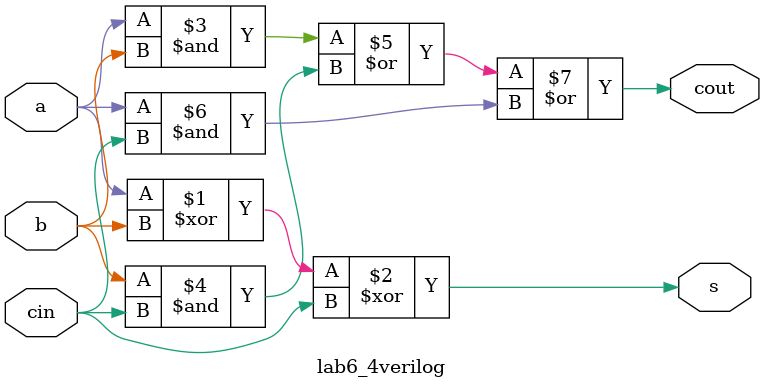
<source format=v>
`timescale 1ns / 1ps
module lab6_4verilog(input a,b,cin, output cout,s);
//a kommentek az előzőből maradtak, megoldottam másképp akkor, próbáltam magamtól csinálni, csak nem számítottam arra, hogy itt kelleni fog
// sw[0] -> a
// sw[1] -> b
// sw[2] -> Cin
// a 0. bitje a ld-nek a s
assign s= a^b^cin;
// az 1. bitje az ld-nek a Cout
assign cout = (a&b)|(b&cin)|(a&cin);
endmodule

</source>
